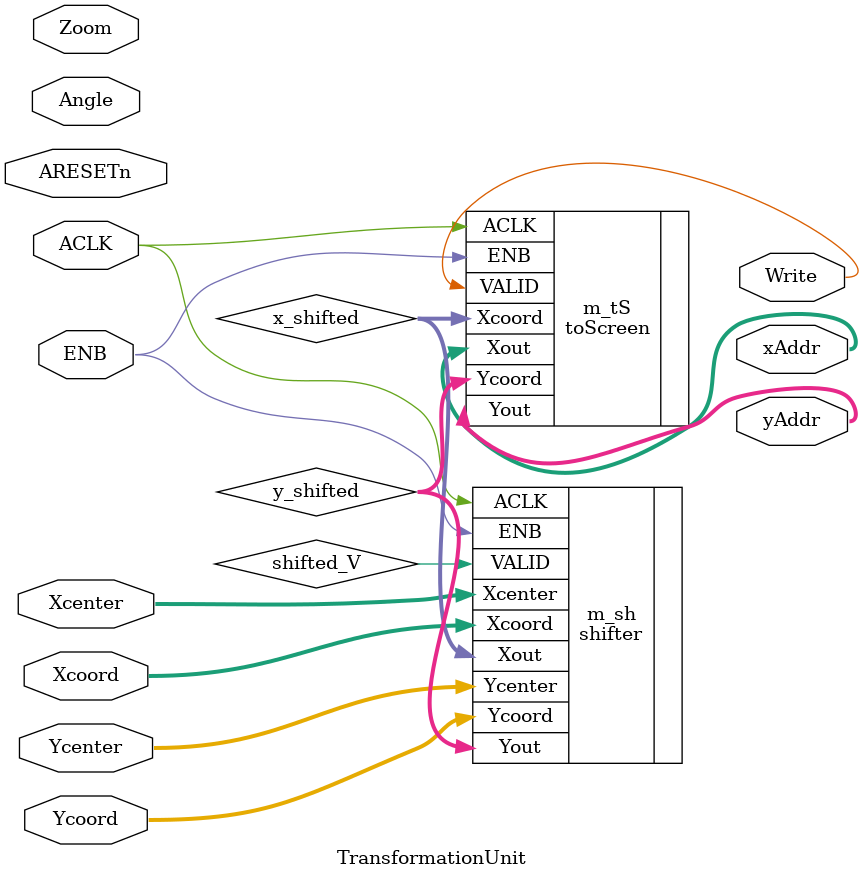
<source format=v>
`timescale 1ns / 1ps
module TransformationUnit(
// Global signals
    input wire ACLK,
    input wire ARESETn,
// Control signals
    input wire ENB,
// Working signals

    input wire [7:0] Xcoord,
    input wire [7:0] Ycoord,
    input wire [7:0] Xcenter,
    input wire [7:0] Ycenter,
    input wire [7:0] Zoom,
    input wire [7:0] Angle,
    output wire [15:0] xAddr,
	 output wire [15:0] yAddr, 	 
    output  wire Write
    );
	 wire [7:0] x_shifted;
	 wire [7:0] y_shifted;
	 wire shifted_V;
	 shifter m_sh (.ACLK(ACLK),.ENB(ENB), .Xcoord(Xcoord), .Ycoord(Ycoord),.Xcenter(Xcenter),.Ycenter(Ycenter),.Xout(x_shifted),.Yout(y_shifted), .VALID(shifted_V));
//    wire [7:0] x_rotated;
//	 wire [7:0] y_rotated;
//	 wire rotated_V;
//	 rotator m_rt(.ACLK(ACLK),.ENB(shifted_V & ENB),.Xcoord(x_shifted), .Ycoord(y_shifted),.Angle(Angle),.Xout(x_rotated),.Yout(rotated), .VALID(rotated_V));
//	 wire [7:0] x_zoomed;
//	 wire [7:0] y_zoomed;
//	 wire zoomed_V;
//	 zoomer m_zm(.ACLK(ACLK),.ENB(shifted_V & ENB),.Xcoord(x_shifted), .Ycoord(y_shifted),.Zoom(Zoom),.Xout(x_zoomed),.Yout(y_zoomed),.VALID(zoomed_V));
	 wire [15:0] x_screen;
	 wire [15:0] y_screen;
	 wire screen_V;
	 toScreen#(16,16) m_tS(.ACLK(ACLK),.ENB(ENB ),.Xcoord(x_shifted), .Ycoord(y_shifted),.Xout(xAddr),.Yout(yAddr),.VALID(Write));
	 //toAddr#(16) m_tA(.ACLK(ACLK),.ENB(screen_V & ENB),.Xcoord(x_screen), .Ycoord(y_screen),.Addr(Addr),.Write(Write));
	reg asf;
	always@(posedge ACLK)
	begin
	if (ENB)
		asf <= ENB;
	end
	
endmodule

</source>
